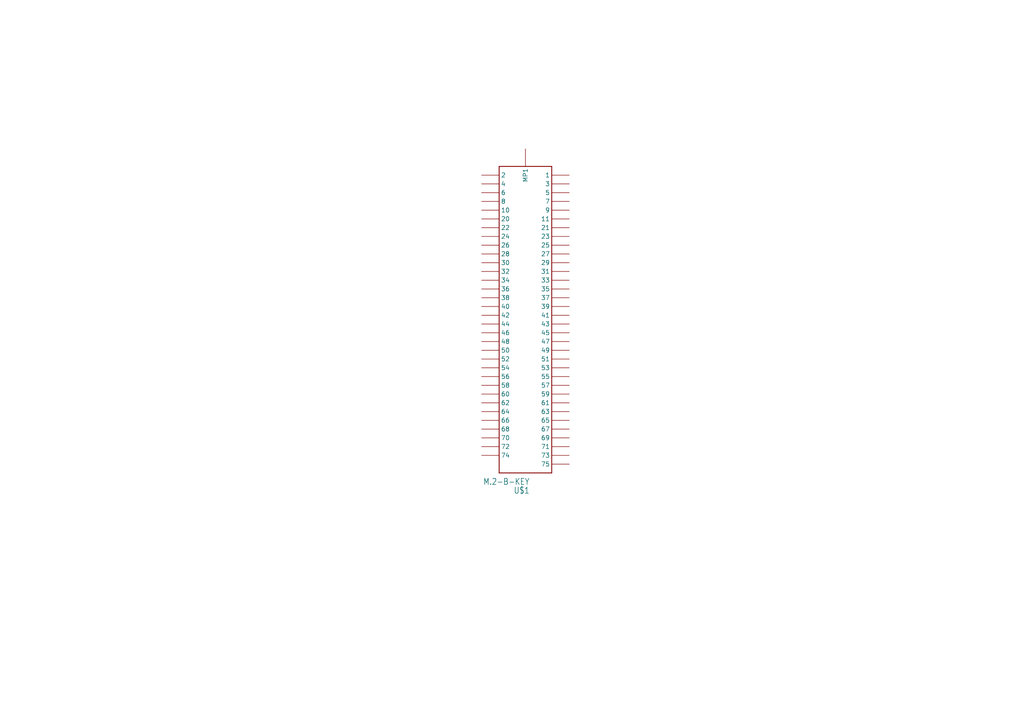
<source format=kicad_sch>
(kicad_sch (version 20230121) (generator eeschema)
  (paper "A4")
  (lib_symbols
    (symbol "M.2-Templates-eagle-import:M.2-B-KEY"
      (property "Value" "M.2-B-KEY" (at 8.89 -2.54 0))
      (symbol "M.2-B-KEY_1_0"
        (polyline (pts (xy 0 0) (xy 0 88.9)) (stroke (width 0.254)))
        (polyline (pts (xy 0 0) (xy 15.24 0)) (stroke (width 0.254)))
        (polyline (pts (xy 15.24 88.9) (xy 0 88.9)) (stroke (width 0.254)))
        (polyline (pts (xy 15.24 88.9) (xy 15.24 0)) (stroke (width 0.254)))
        (pin bidirectional line (at 7.62 93.98 270) (length 5.08) (name "MP1") (number "MOUNTING-HOLE"))
        (pin bidirectional line (at 20.32 86.36 180) (length 5.08) (name "1") (number "P$1"))
        (pin bidirectional line (at -5.08 76.2 0) (length 5.08) (name "10") (number "P$10"))
        (pin bidirectional line (at 20.32 73.66 180) (length 5.08) (name "11") (number "P$11"))
        (pin bidirectional line (at -5.08 86.36 0) (length 5.08) (name "2") (number "P$2"))
        (pin bidirectional line (at -5.08 73.66 0) (length 5.08) (name "20") (number "P$20"))
        (pin bidirectional line (at 20.32 71.12 180) (length 5.08) (name "21") (number "P$21"))
        (pin bidirectional line (at -5.08 71.12 0) (length 5.08) (name "22") (number "P$22"))
        (pin bidirectional line (at 20.32 68.58 180) (length 5.08) (name "23") (number "P$23"))
        (pin bidirectional line (at -5.08 68.58 0) (length 5.08) (name "24") (number "P$24"))
        (pin bidirectional line (at 20.32 66.04 180) (length 5.08) (name "25") (number "P$25"))
        (pin bidirectional line (at -5.08 66.04 0) (length 5.08) (name "26") (number "P$26"))
        (pin bidirectional line (at 20.32 63.5 180) (length 5.08) (name "27") (number "P$27"))
        (pin bidirectional line (at -5.08 63.5 0) (length 5.08) (name "28") (number "P$28"))
        (pin bidirectional line (at 20.32 60.96 180) (length 5.08) (name "29") (number "P$29"))
        (pin bidirectional line (at 20.32 83.82 180) (length 5.08) (name "3") (number "P$3"))
        (pin bidirectional line (at -5.08 60.96 0) (length 5.08) (name "30") (number "P$30"))
        (pin bidirectional line (at 20.32 58.42 180) (length 5.08) (name "31") (number "P$31"))
        (pin bidirectional line (at -5.08 58.42 0) (length 5.08) (name "32") (number "P$32"))
        (pin bidirectional line (at 20.32 55.88 180) (length 5.08) (name "33") (number "P$33"))
        (pin bidirectional line (at -5.08 55.88 0) (length 5.08) (name "34") (number "P$34"))
        (pin bidirectional line (at 20.32 53.34 180) (length 5.08) (name "35") (number "P$35"))
        (pin bidirectional line (at -5.08 53.34 0) (length 5.08) (name "36") (number "P$36"))
        (pin bidirectional line (at 20.32 50.8 180) (length 5.08) (name "37") (number "P$37"))
        (pin bidirectional line (at -5.08 50.8 0) (length 5.08) (name "38") (number "P$38"))
        (pin bidirectional line (at 20.32 48.26 180) (length 5.08) (name "39") (number "P$39"))
        (pin bidirectional line (at -5.08 83.82 0) (length 5.08) (name "4") (number "P$4"))
        (pin bidirectional line (at -5.08 48.26 0) (length 5.08) (name "40") (number "P$40"))
        (pin bidirectional line (at 20.32 45.72 180) (length 5.08) (name "41") (number "P$41"))
        (pin bidirectional line (at -5.08 45.72 0) (length 5.08) (name "42") (number "P$42"))
        (pin bidirectional line (at 20.32 43.18 180) (length 5.08) (name "43") (number "P$43"))
        (pin bidirectional line (at -5.08 43.18 0) (length 5.08) (name "44") (number "P$44"))
        (pin bidirectional line (at 20.32 40.64 180) (length 5.08) (name "45") (number "P$45"))
        (pin bidirectional line (at -5.08 40.64 0) (length 5.08) (name "46") (number "P$46"))
        (pin bidirectional line (at 20.32 38.1 180) (length 5.08) (name "47") (number "P$47"))
        (pin bidirectional line (at -5.08 38.1 0) (length 5.08) (name "48") (number "P$48"))
        (pin bidirectional line (at 20.32 35.56 180) (length 5.08) (name "49") (number "P$49"))
        (pin bidirectional line (at 20.32 81.28 180) (length 5.08) (name "5") (number "P$5"))
        (pin bidirectional line (at -5.08 35.56 0) (length 5.08) (name "50") (number "P$50"))
        (pin bidirectional line (at 20.32 33.02 180) (length 5.08) (name "51") (number "P$51"))
        (pin bidirectional line (at -5.08 33.02 0) (length 5.08) (name "52") (number "P$52"))
        (pin bidirectional line (at 20.32 30.48 180) (length 5.08) (name "53") (number "P$53"))
        (pin bidirectional line (at -5.08 30.48 0) (length 5.08) (name "54") (number "P$54"))
        (pin bidirectional line (at 20.32 27.94 180) (length 5.08) (name "55") (number "P$55"))
        (pin bidirectional line (at -5.08 27.94 0) (length 5.08) (name "56") (number "P$56"))
        (pin bidirectional line (at 20.32 25.4 180) (length 5.08) (name "57") (number "P$57"))
        (pin bidirectional line (at -5.08 25.4 0) (length 5.08) (name "58") (number "P$58"))
        (pin bidirectional line (at 20.32 22.86 180) (length 5.08) (name "59") (number "P$59"))
        (pin bidirectional line (at -5.08 81.28 0) (length 5.08) (name "6") (number "P$6"))
        (pin bidirectional line (at -5.08 22.86 0) (length 5.08) (name "60") (number "P$60"))
        (pin bidirectional line (at 20.32 20.32 180) (length 5.08) (name "61") (number "P$61"))
        (pin bidirectional line (at -5.08 20.32 0) (length 5.08) (name "62") (number "P$62"))
        (pin bidirectional line (at 20.32 17.78 180) (length 5.08) (name "63") (number "P$63"))
        (pin bidirectional line (at -5.08 17.78 0) (length 5.08) (name "64") (number "P$64"))
        (pin bidirectional line (at 20.32 15.24 180) (length 5.08) (name "65") (number "P$65"))
        (pin bidirectional line (at -5.08 15.24 0) (length 5.08) (name "66") (number "P$66"))
        (pin bidirectional line (at 20.32 12.7 180) (length 5.08) (name "67") (number "P$67"))
        (pin bidirectional line (at -5.08 12.7 0) (length 5.08) (name "68") (number "P$68"))
        (pin bidirectional line (at 20.32 10.16 180) (length 5.08) (name "69") (number "P$69"))
        (pin bidirectional line (at 20.32 78.74 180) (length 5.08) (name "7") (number "P$7"))
        (pin bidirectional line (at -5.08 10.16 0) (length 5.08) (name "70") (number "P$70"))
        (pin bidirectional line (at 20.32 7.62 180) (length 5.08) (name "71") (number "P$71"))
        (pin bidirectional line (at -5.08 7.62 0) (length 5.08) (name "72") (number "P$72"))
        (pin bidirectional line (at 20.32 5.08 180) (length 5.08) (name "73") (number "P$73"))
        (pin bidirectional line (at -5.08 5.08 0) (length 5.08) (name "74") (number "P$74"))
        (pin bidirectional line (at 20.32 2.54 180) (length 5.08) (name "75") (number "P$75"))
        (pin bidirectional line (at -5.08 78.74 0) (length 5.08) (name "8") (number "P$8"))
        (pin bidirectional line (at 20.32 76.2 180) (length 5.08) (name "9") (number "P$9"))
      )
    )
  )
  (symbol (lib_id "M.2-Templates-eagle-import:M.2-B-KEY") (at 144.78 137.16 0) (unit 1)
    (property "Reference" "U$1" (at 153.67 142.24 0) (effects (font (size 1.778 1.5113)) (justify right)))
    (property "Value" "M.2-B-KEY" (at 153.67 139.7 0) (effects (font (size 1.778 1.5113)) (justify right)))
    (property "Footprint" "M.2-Templates:M.2-B-KEY" (effects hide))
    (instances (project "OrangeCrab" (path "" (reference "U$1") (unit 1))) (project "M.2-Templates" (path "" (reference "U$2") (unit 1))))
  )
)
</source>
